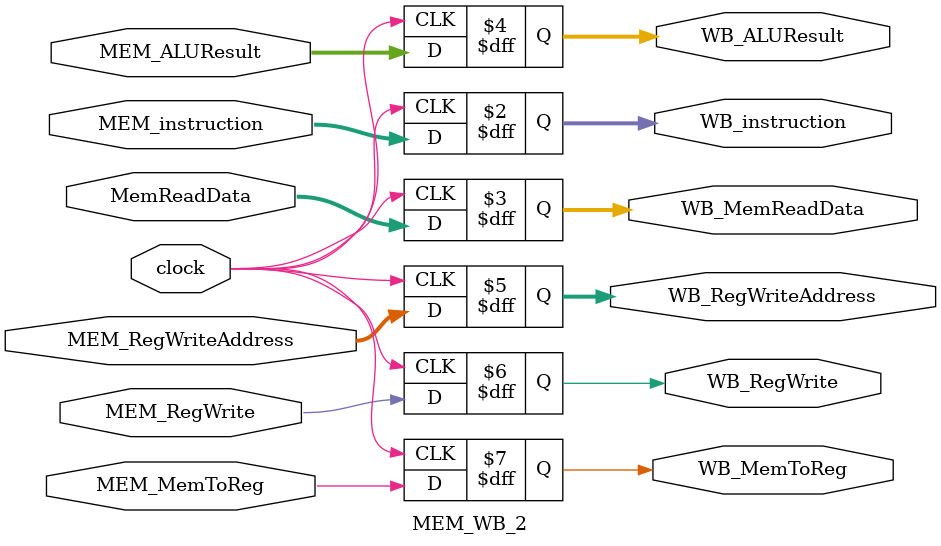
<source format=v>
module MEM_WB_2 (
    input wire clock,
    input wire [31:0] MEM_instruction,
    output reg [31:0] WB_instruction,
    input wire [31:0] MemReadData,
    output reg [31:0] WB_MemReadData,
    input wire [31:0] MEM_ALUResult,
    output reg [31:0] WB_ALUResult,
    input wire [4:0] MEM_RegWriteAddress,
    output reg [4:0] WB_RegWriteAddress,
    input wire MEM_RegWrite,
    output reg WB_RegWrite,
    input wire MEM_MemToReg,
    output reg WB_MemToReg
    );
    always @(negedge clock) begin
        WB_instruction <= MEM_instruction;
        WB_MemReadData <= MemReadData;
        WB_ALUResult <= MEM_ALUResult;
        WB_RegWriteAddress <= MEM_RegWriteAddress;
        WB_RegWrite <= MEM_RegWrite;
        WB_MemToReg <= MEM_MemToReg;
    end  
endmodule
</source>
